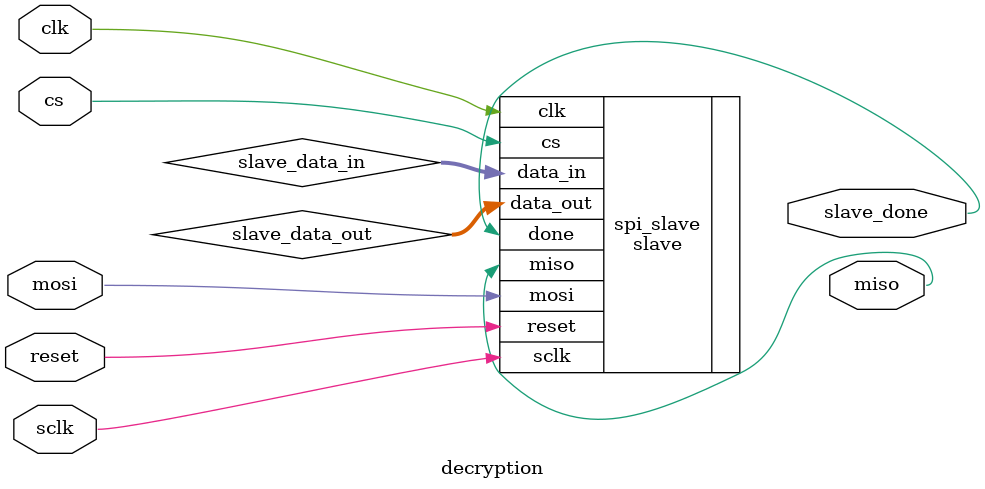
<source format=v>
`include "slave.v"
`include "Decryption/inv_cipher.v"

module decryption (
  //basically the ports would be the signals that the slave needs to operate
  input wire reset,
  input wire clk,
  input wire cs,
  input wire mosi,
  output wire miso,
  input wire sclk,
  output wire slave_done
);

  wire [7:0] slave_data_in;
  wire [7:0] slave_data_out; 
//////////////////////////////
//       DUT INSTANCES      //
//////////////////////////////
slave spi_slave (
  .reset(reset),
  .clk(clk),
  .cs(cs),
  .mosi(mosi),
  .miso(miso),
  .sclk(sclk),
  .data_in(slave_data_in),
  .data_out(slave_data_out),
  .done(slave_done)
);

//the regs I am going to need to store the sent and received data
reg [127:0] plane_text;
reg [255:0] recived_key;
reg [127:0] inv_cipherd_text;

endmodule


</source>
